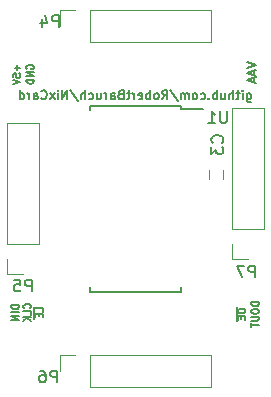
<source format=gbo>
G04 #@! TF.FileFunction,Legend,Bot*
%FSLAX46Y46*%
G04 Gerber Fmt 4.6, Leading zero omitted, Abs format (unit mm)*
G04 Created by KiCad (PCBNEW 4.0.4-stable) date 12/10/17 22:01:48*
%MOMM*%
%LPD*%
G01*
G04 APERTURE LIST*
%ADD10C,0.100000*%
%ADD11C,0.177800*%
%ADD12C,0.150000*%
%ADD13C,0.190500*%
%ADD14C,0.120000*%
G04 APERTURE END LIST*
D10*
D11*
X9452431Y8926286D02*
X9452431Y8309429D01*
X9488717Y8236857D01*
X9525002Y8200571D01*
X9597574Y8164286D01*
X9706431Y8164286D01*
X9779002Y8200571D01*
X9452431Y8454571D02*
X9525002Y8418286D01*
X9670145Y8418286D01*
X9742717Y8454571D01*
X9779002Y8490857D01*
X9815288Y8563429D01*
X9815288Y8781143D01*
X9779002Y8853714D01*
X9742717Y8890000D01*
X9670145Y8926286D01*
X9525002Y8926286D01*
X9452431Y8890000D01*
X9089573Y8418286D02*
X9089573Y8926286D01*
X9089573Y9180286D02*
X9125859Y9144000D01*
X9089573Y9107714D01*
X9053288Y9144000D01*
X9089573Y9180286D01*
X9089573Y9107714D01*
X8835574Y8926286D02*
X8545288Y8926286D01*
X8726716Y9180286D02*
X8726716Y8527143D01*
X8690431Y8454571D01*
X8617859Y8418286D01*
X8545288Y8418286D01*
X8291287Y8418286D02*
X8291287Y9180286D01*
X7964716Y8418286D02*
X7964716Y8817429D01*
X8001002Y8890000D01*
X8073573Y8926286D01*
X8182430Y8926286D01*
X8255002Y8890000D01*
X8291287Y8853714D01*
X7275287Y8926286D02*
X7275287Y8418286D01*
X7601858Y8926286D02*
X7601858Y8527143D01*
X7565573Y8454571D01*
X7493001Y8418286D01*
X7384144Y8418286D01*
X7311573Y8454571D01*
X7275287Y8490857D01*
X6912429Y8418286D02*
X6912429Y9180286D01*
X6912429Y8890000D02*
X6839858Y8926286D01*
X6694715Y8926286D01*
X6622144Y8890000D01*
X6585858Y8853714D01*
X6549572Y8781143D01*
X6549572Y8563429D01*
X6585858Y8490857D01*
X6622144Y8454571D01*
X6694715Y8418286D01*
X6839858Y8418286D01*
X6912429Y8454571D01*
X6223000Y8490857D02*
X6186715Y8454571D01*
X6223000Y8418286D01*
X6259286Y8454571D01*
X6223000Y8490857D01*
X6223000Y8418286D01*
X5533572Y8454571D02*
X5606143Y8418286D01*
X5751286Y8418286D01*
X5823858Y8454571D01*
X5860143Y8490857D01*
X5896429Y8563429D01*
X5896429Y8781143D01*
X5860143Y8853714D01*
X5823858Y8890000D01*
X5751286Y8926286D01*
X5606143Y8926286D01*
X5533572Y8890000D01*
X5098143Y8418286D02*
X5170715Y8454571D01*
X5207000Y8490857D01*
X5243286Y8563429D01*
X5243286Y8781143D01*
X5207000Y8853714D01*
X5170715Y8890000D01*
X5098143Y8926286D01*
X4989286Y8926286D01*
X4916715Y8890000D01*
X4880429Y8853714D01*
X4844143Y8781143D01*
X4844143Y8563429D01*
X4880429Y8490857D01*
X4916715Y8454571D01*
X4989286Y8418286D01*
X5098143Y8418286D01*
X4517571Y8418286D02*
X4517571Y8926286D01*
X4517571Y8853714D02*
X4481286Y8890000D01*
X4408714Y8926286D01*
X4299857Y8926286D01*
X4227286Y8890000D01*
X4191000Y8817429D01*
X4191000Y8418286D01*
X4191000Y8817429D02*
X4154714Y8890000D01*
X4082143Y8926286D01*
X3973286Y8926286D01*
X3900714Y8890000D01*
X3864429Y8817429D01*
X3864429Y8418286D01*
X2957286Y9216571D02*
X3610429Y8236857D01*
X2267857Y8418286D02*
X2521857Y8781143D01*
X2703285Y8418286D02*
X2703285Y9180286D01*
X2413000Y9180286D01*
X2340428Y9144000D01*
X2304143Y9107714D01*
X2267857Y9035143D01*
X2267857Y8926286D01*
X2304143Y8853714D01*
X2340428Y8817429D01*
X2413000Y8781143D01*
X2703285Y8781143D01*
X1832428Y8418286D02*
X1905000Y8454571D01*
X1941285Y8490857D01*
X1977571Y8563429D01*
X1977571Y8781143D01*
X1941285Y8853714D01*
X1905000Y8890000D01*
X1832428Y8926286D01*
X1723571Y8926286D01*
X1651000Y8890000D01*
X1614714Y8853714D01*
X1578428Y8781143D01*
X1578428Y8563429D01*
X1614714Y8490857D01*
X1651000Y8454571D01*
X1723571Y8418286D01*
X1832428Y8418286D01*
X1251856Y8418286D02*
X1251856Y9180286D01*
X1251856Y8890000D02*
X1179285Y8926286D01*
X1034142Y8926286D01*
X961571Y8890000D01*
X925285Y8853714D01*
X888999Y8781143D01*
X888999Y8563429D01*
X925285Y8490857D01*
X961571Y8454571D01*
X1034142Y8418286D01*
X1179285Y8418286D01*
X1251856Y8454571D01*
X272142Y8454571D02*
X344713Y8418286D01*
X489856Y8418286D01*
X562427Y8454571D01*
X598713Y8527143D01*
X598713Y8817429D01*
X562427Y8890000D01*
X489856Y8926286D01*
X344713Y8926286D01*
X272142Y8890000D01*
X235856Y8817429D01*
X235856Y8744857D01*
X598713Y8672286D01*
X-90716Y8418286D02*
X-90716Y8926286D01*
X-90716Y8781143D02*
X-127001Y8853714D01*
X-163287Y8890000D01*
X-235858Y8926286D01*
X-308430Y8926286D01*
X-453572Y8926286D02*
X-743858Y8926286D01*
X-562430Y9180286D02*
X-562430Y8527143D01*
X-598715Y8454571D01*
X-671287Y8418286D01*
X-743858Y8418286D01*
X-1251859Y8817429D02*
X-1360716Y8781143D01*
X-1397001Y8744857D01*
X-1433287Y8672286D01*
X-1433287Y8563429D01*
X-1397001Y8490857D01*
X-1360716Y8454571D01*
X-1288144Y8418286D01*
X-997859Y8418286D01*
X-997859Y9180286D01*
X-1251859Y9180286D01*
X-1324430Y9144000D01*
X-1360716Y9107714D01*
X-1397001Y9035143D01*
X-1397001Y8962571D01*
X-1360716Y8890000D01*
X-1324430Y8853714D01*
X-1251859Y8817429D01*
X-997859Y8817429D01*
X-2086430Y8418286D02*
X-2086430Y8817429D01*
X-2050144Y8890000D01*
X-1977573Y8926286D01*
X-1832430Y8926286D01*
X-1759859Y8890000D01*
X-2086430Y8454571D02*
X-2013859Y8418286D01*
X-1832430Y8418286D01*
X-1759859Y8454571D01*
X-1723573Y8527143D01*
X-1723573Y8599714D01*
X-1759859Y8672286D01*
X-1832430Y8708571D01*
X-2013859Y8708571D01*
X-2086430Y8744857D01*
X-2449288Y8418286D02*
X-2449288Y8926286D01*
X-2449288Y8781143D02*
X-2485573Y8853714D01*
X-2521859Y8890000D01*
X-2594430Y8926286D01*
X-2667002Y8926286D01*
X-3247573Y8926286D02*
X-3247573Y8418286D01*
X-2921002Y8926286D02*
X-2921002Y8527143D01*
X-2957287Y8454571D01*
X-3029859Y8418286D01*
X-3138716Y8418286D01*
X-3211287Y8454571D01*
X-3247573Y8490857D01*
X-3937002Y8454571D02*
X-3864431Y8418286D01*
X-3719288Y8418286D01*
X-3646716Y8454571D01*
X-3610431Y8490857D01*
X-3574145Y8563429D01*
X-3574145Y8781143D01*
X-3610431Y8853714D01*
X-3646716Y8890000D01*
X-3719288Y8926286D01*
X-3864431Y8926286D01*
X-3937002Y8890000D01*
X-4263574Y8418286D02*
X-4263574Y9180286D01*
X-4590145Y8418286D02*
X-4590145Y8817429D01*
X-4553859Y8890000D01*
X-4481288Y8926286D01*
X-4372431Y8926286D01*
X-4299859Y8890000D01*
X-4263574Y8853714D01*
X-5497288Y9216571D02*
X-4844145Y8236857D01*
X-5751289Y8418286D02*
X-5751289Y9180286D01*
X-6186717Y8418286D01*
X-6186717Y9180286D01*
X-6549575Y8418286D02*
X-6549575Y8926286D01*
X-6549575Y9180286D02*
X-6513289Y9144000D01*
X-6549575Y9107714D01*
X-6585860Y9144000D01*
X-6549575Y9180286D01*
X-6549575Y9107714D01*
X-6839860Y8418286D02*
X-7239003Y8926286D01*
X-6839860Y8926286D02*
X-7239003Y8418286D01*
X-7964717Y8490857D02*
X-7928431Y8454571D01*
X-7819574Y8418286D01*
X-7747003Y8418286D01*
X-7638146Y8454571D01*
X-7565574Y8527143D01*
X-7529289Y8599714D01*
X-7493003Y8744857D01*
X-7493003Y8853714D01*
X-7529289Y8998857D01*
X-7565574Y9071429D01*
X-7638146Y9144000D01*
X-7747003Y9180286D01*
X-7819574Y9180286D01*
X-7928431Y9144000D01*
X-7964717Y9107714D01*
X-8617860Y8418286D02*
X-8617860Y8817429D01*
X-8581574Y8890000D01*
X-8509003Y8926286D01*
X-8363860Y8926286D01*
X-8291289Y8890000D01*
X-8617860Y8454571D02*
X-8545289Y8418286D01*
X-8363860Y8418286D01*
X-8291289Y8454571D01*
X-8255003Y8527143D01*
X-8255003Y8599714D01*
X-8291289Y8672286D01*
X-8363860Y8708571D01*
X-8545289Y8708571D01*
X-8617860Y8744857D01*
X-8980718Y8418286D02*
X-8980718Y8926286D01*
X-8980718Y8781143D02*
X-9017003Y8853714D01*
X-9053289Y8890000D01*
X-9125860Y8926286D01*
X-9198432Y8926286D01*
X-9779003Y8418286D02*
X-9779003Y9180286D01*
X-9779003Y8454571D02*
X-9706432Y8418286D01*
X-9561289Y8418286D01*
X-9488717Y8454571D01*
X-9452432Y8490857D01*
X-9416146Y8563429D01*
X-9416146Y8781143D01*
X-9452432Y8853714D01*
X-9488717Y8890000D01*
X-9561289Y8926286D01*
X-9706432Y8926286D01*
X-9779003Y8890000D01*
D12*
X-9190000Y10998142D02*
X-9218571Y11055285D01*
X-9218571Y11140999D01*
X-9190000Y11226714D01*
X-9132857Y11283856D01*
X-9075714Y11312428D01*
X-8961429Y11340999D01*
X-8875714Y11340999D01*
X-8761429Y11312428D01*
X-8704286Y11283856D01*
X-8647143Y11226714D01*
X-8618571Y11140999D01*
X-8618571Y11083856D01*
X-8647143Y10998142D01*
X-8675714Y10969571D01*
X-8875714Y10969571D01*
X-8875714Y11083856D01*
X-8618571Y10712428D02*
X-9218571Y10712428D01*
X-8618571Y10369571D01*
X-9218571Y10369571D01*
X-8618571Y10083857D02*
X-9218571Y10083857D01*
X-9218571Y9941000D01*
X-9190000Y9855285D01*
X-9132857Y9798143D01*
X-9075714Y9769571D01*
X-8961429Y9741000D01*
X-8875714Y9741000D01*
X-8761429Y9769571D01*
X-8704286Y9798143D01*
X-8647143Y9855285D01*
X-8618571Y9941000D01*
X-8618571Y10083857D01*
X-9990143Y11312429D02*
X-9990143Y10855286D01*
X-9761571Y11083857D02*
X-10218714Y11083857D01*
X-10361571Y10283858D02*
X-10361571Y10569572D01*
X-10075857Y10598143D01*
X-10104429Y10569572D01*
X-10133000Y10512429D01*
X-10133000Y10369572D01*
X-10104429Y10312429D01*
X-10075857Y10283858D01*
X-10018714Y10255286D01*
X-9875857Y10255286D01*
X-9818714Y10283858D01*
X-9790143Y10312429D01*
X-9761571Y10369572D01*
X-9761571Y10512429D01*
X-9790143Y10569572D01*
X-9818714Y10598143D01*
X-10361571Y10083857D02*
X-9761571Y9883857D01*
X-10361571Y9683857D01*
X8688429Y-9450429D02*
X8688429Y-9564715D01*
X8717000Y-9621857D01*
X8774143Y-9679000D01*
X8888429Y-9707572D01*
X9088429Y-9707572D01*
X9202714Y-9679000D01*
X9259857Y-9621857D01*
X9288429Y-9564715D01*
X9288429Y-9450429D01*
X9259857Y-9393286D01*
X9202714Y-9336143D01*
X9088429Y-9307572D01*
X8888429Y-9307572D01*
X8774143Y-9336143D01*
X8717000Y-9393286D01*
X8688429Y-9450429D01*
X8974143Y-9964714D02*
X8974143Y-10164714D01*
X9288429Y-10250428D02*
X9288429Y-9964714D01*
X8688429Y-9964714D01*
X8688429Y-10250428D01*
X8585000Y-9193286D02*
X8585000Y-10364714D01*
X-7856571Y-9566286D02*
X-7856571Y-9280572D01*
X-8456571Y-9280572D01*
X-8170857Y-9766286D02*
X-8170857Y-9966286D01*
X-7856571Y-10052000D02*
X-7856571Y-9766286D01*
X-8456571Y-9766286D01*
X-8456571Y-10052000D01*
X-8560000Y-9137715D02*
X-8560000Y-10166286D01*
X-8929714Y-9294857D02*
X-8901143Y-9266286D01*
X-8872571Y-9180572D01*
X-8872571Y-9123429D01*
X-8901143Y-9037714D01*
X-8958286Y-8980572D01*
X-9015429Y-8952000D01*
X-9129714Y-8923429D01*
X-9215429Y-8923429D01*
X-9329714Y-8952000D01*
X-9386857Y-8980572D01*
X-9444000Y-9037714D01*
X-9472571Y-9123429D01*
X-9472571Y-9180572D01*
X-9444000Y-9266286D01*
X-9415429Y-9294857D01*
X-8872571Y-9837714D02*
X-8872571Y-9552000D01*
X-9472571Y-9552000D01*
X-8872571Y-10037714D02*
X-9472571Y-10037714D01*
X-8872571Y-10380571D02*
X-9215429Y-10123428D01*
X-9472571Y-10380571D02*
X-9129714Y-10037714D01*
X-9888571Y-9037715D02*
X-10488571Y-9037715D01*
X-10488571Y-9180572D01*
X-10460000Y-9266287D01*
X-10402857Y-9323429D01*
X-10345714Y-9352001D01*
X-10231429Y-9380572D01*
X-10145714Y-9380572D01*
X-10031429Y-9352001D01*
X-9974286Y-9323429D01*
X-9917143Y-9266287D01*
X-9888571Y-9180572D01*
X-9888571Y-9037715D01*
X-9888571Y-9637715D02*
X-10488571Y-9637715D01*
X-9888571Y-9923429D02*
X-10488571Y-9923429D01*
X-9888571Y-10266286D01*
X-10488571Y-10266286D01*
X10431429Y-8764715D02*
X9831429Y-8764715D01*
X9831429Y-8907572D01*
X9860000Y-8993287D01*
X9917143Y-9050429D01*
X9974286Y-9079001D01*
X10088571Y-9107572D01*
X10174286Y-9107572D01*
X10288571Y-9079001D01*
X10345714Y-9050429D01*
X10402857Y-8993287D01*
X10431429Y-8907572D01*
X10431429Y-8764715D01*
X9831429Y-9479001D02*
X9831429Y-9593287D01*
X9860000Y-9650429D01*
X9917143Y-9707572D01*
X10031429Y-9736144D01*
X10231429Y-9736144D01*
X10345714Y-9707572D01*
X10402857Y-9650429D01*
X10431429Y-9593287D01*
X10431429Y-9479001D01*
X10402857Y-9421858D01*
X10345714Y-9364715D01*
X10231429Y-9336144D01*
X10031429Y-9336144D01*
X9917143Y-9364715D01*
X9860000Y-9421858D01*
X9831429Y-9479001D01*
X9831429Y-9993286D02*
X10317143Y-9993286D01*
X10374286Y-10021858D01*
X10402857Y-10050429D01*
X10431429Y-10107572D01*
X10431429Y-10221858D01*
X10402857Y-10279000D01*
X10374286Y-10307572D01*
X10317143Y-10336143D01*
X9831429Y-10336143D01*
X9831429Y-10536143D02*
X9831429Y-10879000D01*
X10431429Y-10707571D02*
X9831429Y-10707571D01*
D13*
X9488714Y11575143D02*
X10250714Y11321143D01*
X9488714Y11067143D01*
X10033000Y10849428D02*
X10033000Y10486571D01*
X10250714Y10922000D02*
X9488714Y10668000D01*
X10250714Y10414000D01*
X10033000Y10196285D02*
X10033000Y9833428D01*
X10250714Y10268857D02*
X9488714Y10014857D01*
X10250714Y9760857D01*
D14*
X8195000Y7680000D02*
X10855000Y7680000D01*
X8195000Y-2540000D02*
X8195000Y7680000D01*
X10855000Y-2540000D02*
X10855000Y7680000D01*
X8195000Y-2540000D02*
X10855000Y-2540000D01*
X8195000Y-3810000D02*
X8195000Y-5140000D01*
X8195000Y-5140000D02*
X9525000Y-5140000D01*
D12*
X3874000Y7875000D02*
X3874000Y7600000D01*
X-3876000Y7875000D02*
X-3876000Y7510000D01*
X-3876000Y-7875000D02*
X-3876000Y-7510000D01*
X3874000Y-7875000D02*
X3874000Y-7510000D01*
X3874000Y7875000D02*
X-3876000Y7875000D01*
X3874000Y-7875000D02*
X-3876000Y-7875000D01*
X3874000Y7600000D02*
X5699000Y7600000D01*
D14*
X7458000Y1694000D02*
X7458000Y2394000D01*
X6258000Y2394000D02*
X6258000Y1694000D01*
X6410000Y15935000D02*
X6410000Y13275000D01*
X-3810000Y15935000D02*
X6410000Y15935000D01*
X-3810000Y13275000D02*
X6410000Y13275000D01*
X-3810000Y15935000D02*
X-3810000Y13275000D01*
X-5080000Y15935000D02*
X-6410000Y15935000D01*
X-6410000Y15935000D02*
X-6410000Y14605000D01*
X-10855000Y6410000D02*
X-8195000Y6410000D01*
X-10855000Y-3810000D02*
X-10855000Y6410000D01*
X-8195000Y-3810000D02*
X-8195000Y6410000D01*
X-10855000Y-3810000D02*
X-8195000Y-3810000D01*
X-10855000Y-5080000D02*
X-10855000Y-6410000D01*
X-10855000Y-6410000D02*
X-9525000Y-6410000D01*
X6410000Y-13275000D02*
X6410000Y-15935000D01*
X-3810000Y-13275000D02*
X6410000Y-13275000D01*
X-3810000Y-15935000D02*
X6410000Y-15935000D01*
X-3810000Y-13275000D02*
X-3810000Y-15935000D01*
X-5080000Y-13275000D02*
X-6410000Y-13275000D01*
X-6410000Y-13275000D02*
X-6410000Y-14605000D01*
D12*
X10136095Y-6675381D02*
X10136095Y-5675381D01*
X9755142Y-5675381D01*
X9659904Y-5723000D01*
X9612285Y-5770619D01*
X9564666Y-5865857D01*
X9564666Y-6008714D01*
X9612285Y-6103952D01*
X9659904Y-6151571D01*
X9755142Y-6199190D01*
X10136095Y-6199190D01*
X9231333Y-5675381D02*
X8564666Y-5675381D01*
X8993238Y-6675381D01*
X7746905Y7405619D02*
X7746905Y6596095D01*
X7699286Y6500857D01*
X7651667Y6453238D01*
X7556429Y6405619D01*
X7365952Y6405619D01*
X7270714Y6453238D01*
X7223095Y6500857D01*
X7175476Y6596095D01*
X7175476Y7405619D01*
X6175476Y6405619D02*
X6746905Y6405619D01*
X6461191Y6405619D02*
X6461191Y7405619D01*
X6556429Y7262762D01*
X6651667Y7167524D01*
X6746905Y7119905D01*
X7342143Y4738666D02*
X7389762Y4786285D01*
X7437381Y4929142D01*
X7437381Y5024380D01*
X7389762Y5167238D01*
X7294524Y5262476D01*
X7199286Y5310095D01*
X7008810Y5357714D01*
X6865952Y5357714D01*
X6675476Y5310095D01*
X6580238Y5262476D01*
X6485000Y5167238D01*
X6437381Y5024380D01*
X6437381Y4929142D01*
X6485000Y4786285D01*
X6532619Y4738666D01*
X6437381Y4405333D02*
X6437381Y3786285D01*
X6818333Y4119619D01*
X6818333Y3976761D01*
X6865952Y3881523D01*
X6913571Y3833904D01*
X7008810Y3786285D01*
X7246905Y3786285D01*
X7342143Y3833904D01*
X7389762Y3881523D01*
X7437381Y3976761D01*
X7437381Y4262476D01*
X7389762Y4357714D01*
X7342143Y4405333D01*
X-6500905Y14533619D02*
X-6500905Y15533619D01*
X-6881858Y15533619D01*
X-6977096Y15486000D01*
X-7024715Y15438381D01*
X-7072334Y15343143D01*
X-7072334Y15200286D01*
X-7024715Y15105048D01*
X-6977096Y15057429D01*
X-6881858Y15009810D01*
X-6500905Y15009810D01*
X-7929477Y15200286D02*
X-7929477Y14533619D01*
X-7691381Y15581238D02*
X-7453286Y14866952D01*
X-8072334Y14866952D01*
X-8786905Y-7862381D02*
X-8786905Y-6862381D01*
X-9167858Y-6862381D01*
X-9263096Y-6910000D01*
X-9310715Y-6957619D01*
X-9358334Y-7052857D01*
X-9358334Y-7195714D01*
X-9310715Y-7290952D01*
X-9263096Y-7338571D01*
X-9167858Y-7386190D01*
X-8786905Y-7386190D01*
X-10263096Y-6862381D02*
X-9786905Y-6862381D01*
X-9739286Y-7338571D01*
X-9786905Y-7290952D01*
X-9882143Y-7243333D01*
X-10120239Y-7243333D01*
X-10215477Y-7290952D01*
X-10263096Y-7338571D01*
X-10310715Y-7433810D01*
X-10310715Y-7671905D01*
X-10263096Y-7767143D01*
X-10215477Y-7814762D01*
X-10120239Y-7862381D01*
X-9882143Y-7862381D01*
X-9786905Y-7814762D01*
X-9739286Y-7767143D01*
X-6627905Y-15565381D02*
X-6627905Y-14565381D01*
X-7008858Y-14565381D01*
X-7104096Y-14613000D01*
X-7151715Y-14660619D01*
X-7199334Y-14755857D01*
X-7199334Y-14898714D01*
X-7151715Y-14993952D01*
X-7104096Y-15041571D01*
X-7008858Y-15089190D01*
X-6627905Y-15089190D01*
X-8056477Y-14565381D02*
X-7866000Y-14565381D01*
X-7770762Y-14613000D01*
X-7723143Y-14660619D01*
X-7627905Y-14803476D01*
X-7580286Y-14993952D01*
X-7580286Y-15374905D01*
X-7627905Y-15470143D01*
X-7675524Y-15517762D01*
X-7770762Y-15565381D01*
X-7961239Y-15565381D01*
X-8056477Y-15517762D01*
X-8104096Y-15470143D01*
X-8151715Y-15374905D01*
X-8151715Y-15136810D01*
X-8104096Y-15041571D01*
X-8056477Y-14993952D01*
X-7961239Y-14946333D01*
X-7770762Y-14946333D01*
X-7675524Y-14993952D01*
X-7627905Y-15041571D01*
X-7580286Y-15136810D01*
M02*

</source>
